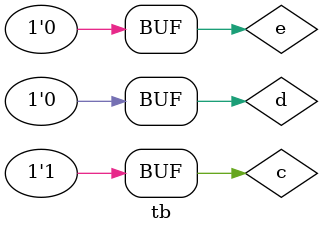
<source format=v>
`timescale 1ns/1ps 
module tb;
  reg c, e, d;
  initial begin
	 c = 1'b1;
  end
  
always@*
begin 
#2 
d = c;
#2 
d = ~c;
end

  //becasue of below always it will keep executing it whether e changes or not. goes into infinite loop (try to give always@* and see the difference in ouput)
always 
begin 
#2 
e = c;
#2 
e = ~c;
end
  initial $monitor("time=%d, d=%d, e=%d, c=%d",$time,d,e,c);
endmodule

</source>
